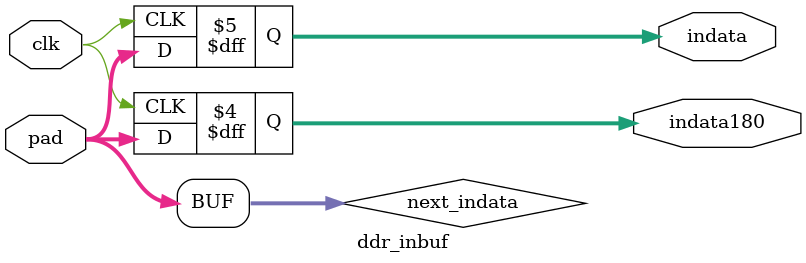
<source format=v>

`ifdef xxx
(* equivalent_register_removal = "no" *)
module outbuf (pad, clk, outsig, oe);
inout pad;
input clk;
input outsig, oe;
reg sampled_outsig, next_sampled_outsig;
reg sampled_oe, next_sampled_oe;
assign pad = (sampled_oe) ? sampled_outsig : 1'bz;
always @ (posedge clk)
begin
  sampled_outsig = next_sampled_outsig;
  sampled_oe = next_sampled_oe;
end
always @*
begin
  #1;
  next_sampled_outsig = outsig;
  next_sampled_oe = oe;
end
endmodule
`endif

(* equivalent_register_removal = "no" *)
module ddr_clkout (pad, clk);
input clk;
output pad;
//ODDR2 ddrout (.Q(pad), .D0(1'b0), .D1(1'b1), .C0(!clk), .C1(clk));
assign pad=clock;
endmodule


(* equivalent_register_removal = "no" *)
module ddr_inbuf (clk, pad, indata, indata180);
parameter WIDTH=32;
input clk;
input [WIDTH-1:0] pad;
output [WIDTH-1:0] indata;
output [WIDTH-1:0] indata180;
reg [WIDTH-1:0] indata, indata180, next_indata;
always @(posedge clk) indata = next_indata;
always @(negedge clk) indata180 = next_indata;
always @* begin #1; next_indata = pad; end
endmodule

</source>
